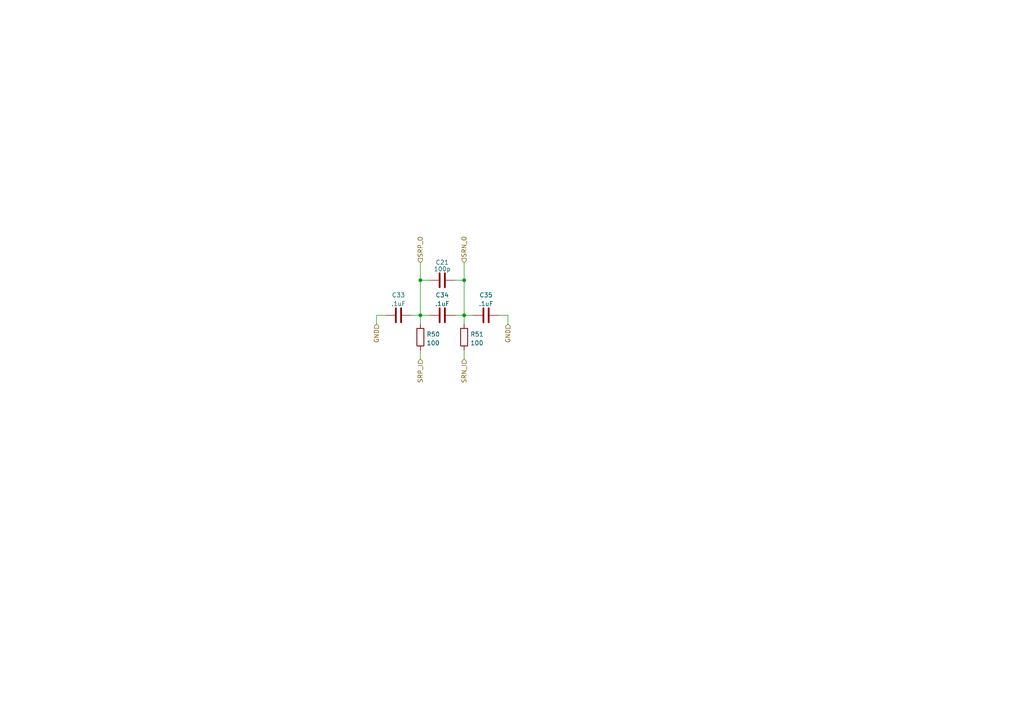
<source format=kicad_sch>
(kicad_sch (version 20230121) (generator eeschema)
  (paper "A4")
  (lib_symbols
    (symbol "Device:C" (pin_numbers hide) (pin_names (offset 0.254))
      (property "Reference" "C" (at 0.635 2.54 0))
      (property "Value" "C" (at 0.635 -2.54 0))
      (symbol "C_0_1"
        (polyline (pts (xy -2.032 -0.762) (xy 2.032 -0.762)) (stroke (width 0.508)))
        (polyline (pts (xy -2.032 0.762) (xy 2.032 0.762)) (stroke (width 0.508)))
      )
      (symbol "C_1_1"
        (pin passive line (at 0 3.81 270) (length 2.794) (name "~") (number "1"))
        (pin passive line (at 0 -3.81 90) (length 2.794) (name "~") (number "2"))
      )
    )
    (symbol "Device:R" (pin_numbers hide) (pin_names (offset 0))
      (property "Reference" "R" (at 2.032 0 90))
      (property "Value" "R" (at 0 0 90))
      (symbol "R_0_1"
        (rectangle (start -1.016 -2.54) (end 1.016 2.54) (stroke (width 0.254)))
      )
      (symbol "R_1_1"
        (pin passive line (at 0 3.81 270) (length 1.27) (name "~") (number "1"))
        (pin passive line (at 0 -3.81 90) (length 1.27) (name "~") (number "2"))
      )
    )
  )
  (junction (at 134.62 91.44))
  (junction (at 134.62 81.28))
  (junction (at 121.92 91.44))
  (junction (at 121.92 81.28))
  (wire (pts (xy 134.62 101.6) (xy 134.62 104.14)))
  (wire (pts (xy 144.78 91.44) (xy 147.32 91.44)))
  (wire (pts (xy 134.62 76.2) (xy 134.62 81.28)))
  (wire (pts (xy 147.32 91.44) (xy 147.32 93.98)))
  (wire (pts (xy 111.76 91.44) (xy 109.22 91.44)))
  (wire (pts (xy 134.62 91.44) (xy 137.16 91.44)))
  (wire (pts (xy 132.08 81.28) (xy 134.62 81.28)))
  (wire (pts (xy 121.92 81.28) (xy 124.46 81.28)))
  (wire (pts (xy 121.92 101.6) (xy 121.92 104.14)))
  (wire (pts (xy 109.22 91.44) (xy 109.22 93.98)))
  (wire (pts (xy 121.92 91.44) (xy 124.46 91.44)))
  (wire (pts (xy 121.92 76.2) (xy 121.92 81.28)))
  (wire (pts (xy 121.92 81.28) (xy 121.92 91.44)))
  (wire (pts (xy 119.38 91.44) (xy 121.92 91.44)))
  (wire (pts (xy 134.62 81.28) (xy 134.62 91.44)))
  (wire (pts (xy 134.62 91.44) (xy 134.62 93.98)))
  (wire (pts (xy 121.92 91.44) (xy 121.92 93.98)))
  (wire (pts (xy 132.08 91.44) (xy 134.62 91.44)))
  (hierarchical_label "SRN_I" (shape input) (at 134.62 104.14 270))
  (hierarchical_label "SRP_O" (shape input) (at 121.92 76.2 90))
  (hierarchical_label "GND" (shape input) (at 147.32 93.98 270))
  (hierarchical_label "SRN_O" (shape input) (at 134.62 76.2 90))
  (hierarchical_label "GND" (shape input) (at 109.22 93.98 270))
  (hierarchical_label "SRP_I" (shape input) (at 121.92 104.14 270))
  (symbol (lib_id "Device:C") (at 140.97 91.44 90) (unit 1)
    (property "Reference" "C35" (at 140.97 85.5812 90))
    (property "Value" ".1uF" (at 140.97 88.1181 90))
    (property "Footprint" "Capacitor_SMD:C_0603_1608Metric" (effects hide))
    (property "Src_Page" "38" (effects hide))
    (property "Src_Value" "filter" (effects hide))
  )
  (symbol (lib_id "Device:C") (at 128.27 81.28 90) (unit 1)
    (property "Reference" "C21" (at 128.27 76.1111 90))
    (property "Value" "100p" (at 128.27 78.0321 90))
    (property "Footprint" "Capacitor_SMD:C_0603_1608Metric" (effects hide))
    (property "Src_Page" "38" (effects hide))
    (property "Src_Value" "filter" (effects hide))
  )
  (symbol (lib_id "Device:C") (at 115.57 91.44 90) (unit 1)
    (property "Reference" "C33" (at 115.57 85.5812 90))
    (property "Value" ".1uF" (at 115.57 88.1181 90))
    (property "Footprint" "Capacitor_SMD:C_0603_1608Metric" (effects hide))
    (property "Src_Page" "38" (effects hide))
    (property "Src_Value" "filter" (effects hide))
  )
  (symbol (lib_id "Device:C") (at 128.27 91.44 90) (unit 1)
    (property "Reference" "C34" (at 128.27 85.5812 90))
    (property "Value" ".1uF" (at 128.27 88.1181 90))
    (property "Footprint" "Capacitor_SMD:C_0603_1608Metric" (effects hide))
    (property "Src_Page" "38" (effects hide))
    (property "Src_Value" "filter" (effects hide))
  )
  (symbol (lib_id "Device:R") (at 121.92 97.79 0) (unit 1)
    (property "Reference" "R50" (at 123.698 96.9553 0) (effects (justify left)))
    (property "Value" "100" (at 123.698 99.4922 0) (effects (justify left)))
    (property "Footprint" "Resistor_SMD:R_0603_1608Metric" (effects hide))
    (property "Src_Page" "38" (effects hide))
    (property "Src_Value" "filter" (effects hide))
  )
  (symbol (lib_id "Device:R") (at 134.62 97.79 0) (unit 1)
    (property "Reference" "R51" (at 136.398 96.9553 0) (effects (justify left)))
    (property "Value" "100" (at 136.398 99.4922 0) (effects (justify left)))
    (property "Footprint" "Resistor_SMD:R_0603_1608Metric" (effects hide))
    (property "Src_Page" "38" (effects hide))
    (property "Src_Value" "filter" (effects hide))
  )
)
</source>
